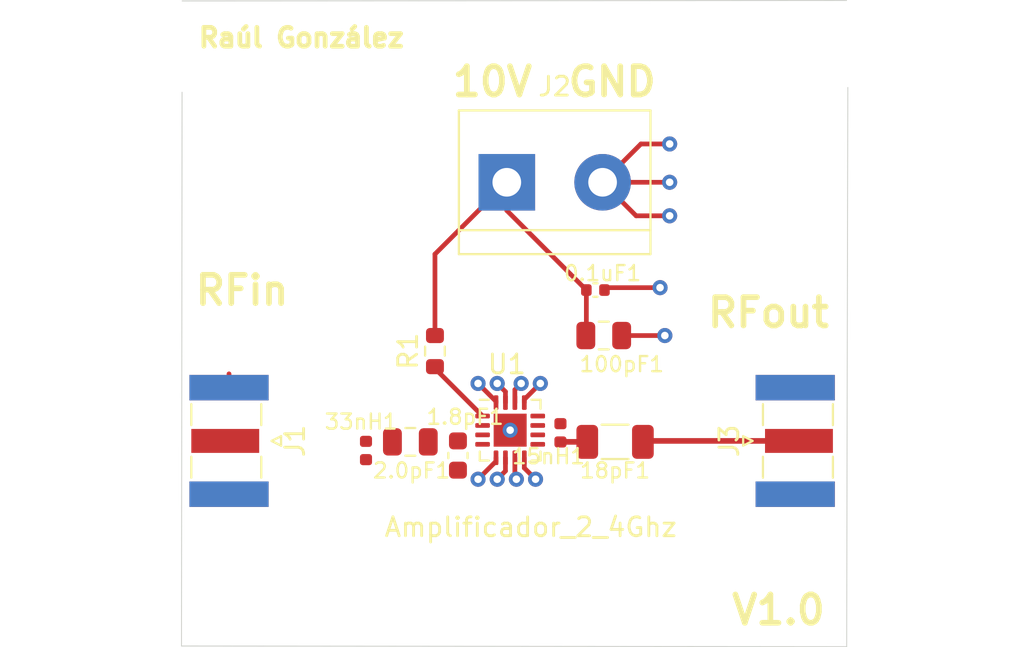
<source format=kicad_pcb>
(kicad_pcb (version 20171130) (host pcbnew "(5.1.9)-1")

  (general
    (thickness 1.6)
    (drawings 10)
    (tracks 60)
    (zones 0)
    (modules 13)
    (nets 18)
  )

  (page A4)
  (layers
    (0 F.Cu signal)
    (1 In1.Cu power hide)
    (2 In2.Cu signal hide)
    (31 B.Cu signal hide)
    (32 B.Adhes user hide)
    (33 F.Adhes user hide)
    (34 B.Paste user hide)
    (35 F.Paste user)
    (36 B.SilkS user hide)
    (37 F.SilkS user hide)
    (38 B.Mask user hide)
    (39 F.Mask user hide)
    (40 Dwgs.User user hide)
    (41 Cmts.User user hide)
    (42 Eco1.User user hide)
    (43 Eco2.User user hide)
    (44 Edge.Cuts user)
    (45 Margin user hide)
    (46 B.CrtYd user hide)
    (47 F.CrtYd user hide)
    (48 B.Fab user hide)
    (49 F.Fab user hide)
  )

  (setup
    (last_trace_width 0.3)
    (user_trace_width 0.3)
    (trace_clearance 0.2)
    (zone_clearance 0.508)
    (zone_45_only no)
    (trace_min 0.2)
    (via_size 0.8)
    (via_drill 0.4)
    (via_min_size 0.4)
    (via_min_drill 0.3)
    (uvia_size 0.3)
    (uvia_drill 0.1)
    (uvias_allowed no)
    (uvia_min_size 0.2)
    (uvia_min_drill 0.1)
    (edge_width 0.05)
    (segment_width 0.2)
    (pcb_text_width 0.3)
    (pcb_text_size 1.5 1.5)
    (mod_edge_width 0.12)
    (mod_text_size 1 1)
    (mod_text_width 0.15)
    (pad_size 3.2 3.2)
    (pad_drill 3.2)
    (pad_to_mask_clearance 0)
    (aux_axis_origin 0 0)
    (visible_elements 7FFFFFFF)
    (pcbplotparams
      (layerselection 0x010fc_ffffffff)
      (usegerberextensions true)
      (usegerberattributes true)
      (usegerberadvancedattributes true)
      (creategerberjobfile true)
      (excludeedgelayer true)
      (linewidth 0.100000)
      (plotframeref false)
      (viasonmask false)
      (mode 1)
      (useauxorigin false)
      (hpglpennumber 1)
      (hpglpenspeed 20)
      (hpglpendiameter 15.000000)
      (psnegative false)
      (psa4output false)
      (plotreference true)
      (plotvalue true)
      (plotinvisibletext false)
      (padsonsilk false)
      (subtractmaskfromsilk true)
      (outputformat 1)
      (mirror false)
      (drillshape 0)
      (scaleselection 1)
      (outputdirectory "../gerberFiles/"))
  )

  (net 0 "")
  (net 1 VDD)
  (net 2 GND)
  (net 3 "Net-(R1-Pad1)")
  (net 4 "Net-(1.8pF1-Pad1)")
  (net 5 "Net-(18pF1-Pad1)")
  (net 6 señal)
  (net 7 "Net-(U1-Pad16)")
  (net 8 "Net-(U1-Pad15)")
  (net 9 "Net-(U1-Pad14)")
  (net 10 "Net-(U1-Pad13)")
  (net 11 "Net-(U1-Pad12)")
  (net 12 "Net-(U1-Pad11)")
  (net 13 "Net-(U1-Pad8)")
  (net 14 "Net-(U1-Pad7)")
  (net 15 "Net-(U1-Pad6)")
  (net 16 "Net-(U1-Pad5)")
  (net 17 "Net-(U1-Pad2)")

  (net_class Default "This is the default net class."
    (clearance 0.2)
    (trace_width 0.25)
    (via_dia 0.8)
    (via_drill 0.4)
    (uvia_dia 0.3)
    (uvia_drill 0.1)
    (add_net GND)
    (add_net "Net-(1.8pF1-Pad1)")
    (add_net "Net-(18pF1-Pad1)")
    (add_net "Net-(R1-Pad1)")
    (add_net "Net-(U1-Pad11)")
    (add_net "Net-(U1-Pad12)")
    (add_net "Net-(U1-Pad13)")
    (add_net "Net-(U1-Pad14)")
    (add_net "Net-(U1-Pad15)")
    (add_net "Net-(U1-Pad16)")
    (add_net "Net-(U1-Pad2)")
    (add_net "Net-(U1-Pad5)")
    (add_net "Net-(U1-Pad6)")
    (add_net "Net-(U1-Pad7)")
    (add_net "Net-(U1-Pad8)")
    (add_net VDD)
    (add_net señal)
  )

  (net_class señal ""
    (clearance 0.2)
    (trace_width 0.29337)
    (via_dia 0.8)
    (via_drill 0.4)
    (uvia_dia 0.3)
    (uvia_drill 0.1)
  )

  (module Connector_Coaxial:SMA_Samtec_SMA-J-P-X-ST-EM1_EdgeMount (layer F.Cu) (tedit 5DAA3454) (tstamp 60B68216)
    (at 144.78 101.6 270)
    (descr "Connector SMA, 0Hz to 20GHz, 50Ohm, Edge Mount (http://suddendocs.samtec.com/prints/sma-j-p-x-st-em1-mkt.pdf)")
    (tags "SMA Straight Samtec Edge Mount")
    (path /606C5EED)
    (attr smd)
    (fp_text reference J1 (at 0 -3.5 90) (layer F.SilkS)
      (effects (font (size 1 1) (thickness 0.15)))
    )
    (fp_text value Conn_Coaxial (at 0 13 90) (layer F.Fab)
      (effects (font (size 1 1) (thickness 0.15)))
    )
    (fp_line (start -0.25 -2.76) (end 0 -2.26) (layer F.SilkS) (width 0.12))
    (fp_line (start 0.25 -2.76) (end -0.25 -2.76) (layer F.SilkS) (width 0.12))
    (fp_line (start 0 -2.26) (end 0.25 -2.76) (layer F.SilkS) (width 0.12))
    (fp_line (start 0 3.1) (end -0.64 2.1) (layer F.Fab) (width 0.1))
    (fp_line (start 0.64 2.1) (end 0 3.1) (layer F.Fab) (width 0.1))
    (fp_line (start 4 2.6) (end 4 -2.6) (layer F.CrtYd) (width 0.05))
    (fp_line (start 3.68 12.12) (end -3.68 12.12) (layer F.CrtYd) (width 0.05))
    (fp_line (start -4 2.6) (end -4 -2.6) (layer F.CrtYd) (width 0.05))
    (fp_line (start -4 -2.6) (end 4 -2.6) (layer F.CrtYd) (width 0.05))
    (fp_line (start 4 2.6) (end 4 -2.6) (layer B.CrtYd) (width 0.05))
    (fp_line (start 3.68 12.12) (end -3.68 12.12) (layer B.CrtYd) (width 0.05))
    (fp_line (start -4 2.6) (end -4 -2.6) (layer B.CrtYd) (width 0.05))
    (fp_line (start -4 -2.6) (end 4 -2.6) (layer B.CrtYd) (width 0.05))
    (fp_line (start 3.165 11.62) (end -3.165 11.62) (layer F.Fab) (width 0.1))
    (fp_line (start 3.175 -1.71) (end 3.175 11.62) (layer F.Fab) (width 0.1))
    (fp_line (start 3.175 -1.71) (end 2.365 -1.71) (layer F.Fab) (width 0.1))
    (fp_line (start 2.365 -1.71) (end 2.365 2.1) (layer F.Fab) (width 0.1))
    (fp_line (start 2.365 2.1) (end -2.365 2.1) (layer F.Fab) (width 0.1))
    (fp_line (start -2.365 2.1) (end -2.365 -1.71) (layer F.Fab) (width 0.1))
    (fp_line (start -2.365 -1.71) (end -3.175 -1.71) (layer F.Fab) (width 0.1))
    (fp_line (start -3.175 -1.71) (end -3.175 11.62) (layer F.Fab) (width 0.1))
    (fp_line (start 4.1 2.1) (end -4.1 2.1) (layer Dwgs.User) (width 0.1))
    (fp_line (start -3.68 2.6) (end -4 2.6) (layer F.CrtYd) (width 0.05))
    (fp_line (start -3.68 12.12) (end -3.68 2.6) (layer F.CrtYd) (width 0.05))
    (fp_line (start 3.68 2.6) (end 4 2.6) (layer F.CrtYd) (width 0.05))
    (fp_line (start 3.68 2.6) (end 3.68 12.12) (layer F.CrtYd) (width 0.05))
    (fp_line (start -3.68 2.6) (end -4 2.6) (layer B.CrtYd) (width 0.05))
    (fp_line (start -3.68 12.12) (end -3.68 2.6) (layer B.CrtYd) (width 0.05))
    (fp_line (start 4 2.6) (end 3.68 2.6) (layer B.CrtYd) (width 0.05))
    (fp_line (start 3.68 2.6) (end 3.68 12.12) (layer B.CrtYd) (width 0.05))
    (fp_line (start -1.95 2) (end -0.84 2) (layer F.SilkS) (width 0.12))
    (fp_line (start 0.84 2) (end 1.95 2) (layer F.SilkS) (width 0.12))
    (fp_line (start -1.95 -1.71) (end -0.84 -1.71) (layer F.SilkS) (width 0.12))
    (fp_line (start 0.84 -1.71) (end 1.95 -1.71) (layer F.SilkS) (width 0.12))
    (fp_text user "Board Thickness: 1.57mm" (at 0 -5.45 90) (layer Cmts.User)
      (effects (font (size 1 1) (thickness 0.15)))
    )
    (fp_text user %R (at 0 4.79 270) (layer F.Fab)
      (effects (font (size 1 1) (thickness 0.15)))
    )
    (pad 1 smd rect (at 0 0.2 270) (size 1.27 3.6) (layers F.Cu F.Paste F.Mask)
      (net 6 señal))
    (pad 2 smd rect (at 2.825 0 270) (size 1.35 4.2) (layers F.Cu F.Paste F.Mask)
      (net 2 GND))
    (pad 2 smd rect (at -2.825 0 270) (size 1.35 4.2) (layers F.Cu F.Paste F.Mask)
      (net 2 GND))
    (pad 2 smd rect (at 2.825 0 270) (size 1.35 4.2) (layers B.Cu B.Paste B.Mask)
      (net 2 GND))
    (pad 2 smd rect (at -2.825 0 270) (size 1.35 4.2) (layers B.Cu B.Paste B.Mask)
      (net 2 GND))
    (model ${KISYS3DMOD}/Connector_Coaxial.3dshapes/SMA_Samtec_SMA-J-P-X-ST-EM1_EdgeMount.wrl
      (at (xyz 0 0 0))
      (scale (xyz 1 1 1))
      (rotate (xyz 0 0 0))
    )
  )

  (module Connector_Coaxial:SMA_Samtec_SMA-J-P-X-ST-EM1_EdgeMount (layer F.Cu) (tedit 5DAA3454) (tstamp 60B6824E)
    (at 174.806 101.6 90)
    (descr "Connector SMA, 0Hz to 20GHz, 50Ohm, Edge Mount (http://suddendocs.samtec.com/prints/sma-j-p-x-st-em1-mkt.pdf)")
    (tags "SMA Straight Samtec Edge Mount")
    (path /606C714D)
    (attr smd)
    (fp_text reference J3 (at 0 -3.5 90) (layer F.SilkS)
      (effects (font (size 1 1) (thickness 0.15)))
    )
    (fp_text value Conn_Coaxial (at 0 13 90) (layer F.Fab)
      (effects (font (size 1 1) (thickness 0.15)))
    )
    (fp_line (start -0.25 -2.76) (end 0 -2.26) (layer F.SilkS) (width 0.12))
    (fp_line (start 0.25 -2.76) (end -0.25 -2.76) (layer F.SilkS) (width 0.12))
    (fp_line (start 0 -2.26) (end 0.25 -2.76) (layer F.SilkS) (width 0.12))
    (fp_line (start 0 3.1) (end -0.64 2.1) (layer F.Fab) (width 0.1))
    (fp_line (start 0.64 2.1) (end 0 3.1) (layer F.Fab) (width 0.1))
    (fp_line (start 4 2.6) (end 4 -2.6) (layer F.CrtYd) (width 0.05))
    (fp_line (start 3.68 12.12) (end -3.68 12.12) (layer F.CrtYd) (width 0.05))
    (fp_line (start -4 2.6) (end -4 -2.6) (layer F.CrtYd) (width 0.05))
    (fp_line (start -4 -2.6) (end 4 -2.6) (layer F.CrtYd) (width 0.05))
    (fp_line (start 4 2.6) (end 4 -2.6) (layer B.CrtYd) (width 0.05))
    (fp_line (start 3.68 12.12) (end -3.68 12.12) (layer B.CrtYd) (width 0.05))
    (fp_line (start -4 2.6) (end -4 -2.6) (layer B.CrtYd) (width 0.05))
    (fp_line (start -4 -2.6) (end 4 -2.6) (layer B.CrtYd) (width 0.05))
    (fp_line (start 3.165 11.62) (end -3.165 11.62) (layer F.Fab) (width 0.1))
    (fp_line (start 3.175 -1.71) (end 3.175 11.62) (layer F.Fab) (width 0.1))
    (fp_line (start 3.175 -1.71) (end 2.365 -1.71) (layer F.Fab) (width 0.1))
    (fp_line (start 2.365 -1.71) (end 2.365 2.1) (layer F.Fab) (width 0.1))
    (fp_line (start 2.365 2.1) (end -2.365 2.1) (layer F.Fab) (width 0.1))
    (fp_line (start -2.365 2.1) (end -2.365 -1.71) (layer F.Fab) (width 0.1))
    (fp_line (start -2.365 -1.71) (end -3.175 -1.71) (layer F.Fab) (width 0.1))
    (fp_line (start -3.175 -1.71) (end -3.175 11.62) (layer F.Fab) (width 0.1))
    (fp_line (start 4.1 2.1) (end -4.1 2.1) (layer Dwgs.User) (width 0.1))
    (fp_line (start -3.68 2.6) (end -4 2.6) (layer F.CrtYd) (width 0.05))
    (fp_line (start -3.68 12.12) (end -3.68 2.6) (layer F.CrtYd) (width 0.05))
    (fp_line (start 3.68 2.6) (end 4 2.6) (layer F.CrtYd) (width 0.05))
    (fp_line (start 3.68 2.6) (end 3.68 12.12) (layer F.CrtYd) (width 0.05))
    (fp_line (start -3.68 2.6) (end -4 2.6) (layer B.CrtYd) (width 0.05))
    (fp_line (start -3.68 12.12) (end -3.68 2.6) (layer B.CrtYd) (width 0.05))
    (fp_line (start 4 2.6) (end 3.68 2.6) (layer B.CrtYd) (width 0.05))
    (fp_line (start 3.68 2.6) (end 3.68 12.12) (layer B.CrtYd) (width 0.05))
    (fp_line (start -1.95 2) (end -0.84 2) (layer F.SilkS) (width 0.12))
    (fp_line (start 0.84 2) (end 1.95 2) (layer F.SilkS) (width 0.12))
    (fp_line (start -1.95 -1.71) (end -0.84 -1.71) (layer F.SilkS) (width 0.12))
    (fp_line (start 0.84 -1.71) (end 1.95 -1.71) (layer F.SilkS) (width 0.12))
    (fp_text user "Board Thickness: 1.57mm" (at 0 -5.45 90) (layer Cmts.User)
      (effects (font (size 1 1) (thickness 0.15)))
    )
    (fp_text user %R (at 0 4.79 270) (layer F.Fab)
      (effects (font (size 1 1) (thickness 0.15)))
    )
    (pad 1 smd rect (at 0 0.2 90) (size 1.27 3.6) (layers F.Cu F.Paste F.Mask)
      (net 5 "Net-(18pF1-Pad1)"))
    (pad 2 smd rect (at 2.825 0 90) (size 1.35 4.2) (layers F.Cu F.Paste F.Mask)
      (net 2 GND))
    (pad 2 smd rect (at -2.825 0 90) (size 1.35 4.2) (layers F.Cu F.Paste F.Mask)
      (net 2 GND))
    (pad 2 smd rect (at 2.825 0 90) (size 1.35 4.2) (layers B.Cu B.Paste B.Mask)
      (net 2 GND))
    (pad 2 smd rect (at -2.825 0 90) (size 1.35 4.2) (layers B.Cu B.Paste B.Mask)
      (net 2 GND))
    (model ${KISYS3DMOD}/Connector_Coaxial.3dshapes/SMA_Samtec_SMA-J-P-X-ST-EM1_EdgeMount.wrl
      (at (xyz 0 0 0))
      (scale (xyz 1 1 1))
      (rotate (xyz 0 0 0))
    )
  )

  (module MountingHole:MountingHole_3.2mm_M3 (layer F.Cu) (tedit 56D1B4CB) (tstamp 60B97DED)
    (at 144.526 85.598)
    (descr "Mounting Hole 3.2mm, no annular, M3")
    (tags "mounting hole 3.2mm no annular m3")
    (attr virtual)
    (fp_text reference " " (at 0 -4.2) (layer F.SilkS)
      (effects (font (size 1 1) (thickness 0.15)))
    )
    (fp_text value MountingHole_3.2mm_M3 (at 0 4.2) (layer F.Fab)
      (effects (font (size 1 1) (thickness 0.15)))
    )
    (fp_circle (center 0 0) (end 3.2 0) (layer Cmts.User) (width 0.15))
    (fp_circle (center 0 0) (end 3.45 0) (layer F.CrtYd) (width 0.05))
    (pad 1 np_thru_hole circle (at 0 0) (size 3.2 3.2) (drill 3.2) (layers *.Cu *.Mask))
  )

  (module Package_DFN_QFN:QFN-16-1EP_3x3mm_P0.5mm_EP1.75x1.75mm (layer F.Cu) (tedit 60B8CC12) (tstamp 60B68289)
    (at 159.69 101.0305)
    (descr "QFN, 16 Pin (https://www.onsemi.com/pub/Collateral/NCN4555-D.PDF), generated with kicad-footprint-generator ipc_noLead_generator.py")
    (tags "QFN NoLead")
    (path /606CB00D)
    (attr smd)
    (fp_text reference U1 (at -0.178 -3.4945) (layer F.SilkS)
      (effects (font (size 1 1) (thickness 0.15)))
    )
    (fp_text value Amplificador_2_4Ghz (at 1.092 5.1415) (layer F.SilkS)
      (effects (font (size 1 1) (thickness 0.15)))
    )
    (fp_line (start 1.135 -1.61) (end 1.61 -1.61) (layer F.SilkS) (width 0.12))
    (fp_line (start 1.61 -1.61) (end 1.61 -1.135) (layer F.SilkS) (width 0.12))
    (fp_line (start -1.135 1.61) (end -1.61 1.61) (layer F.SilkS) (width 0.12))
    (fp_line (start -1.61 1.61) (end -1.61 1.135) (layer F.SilkS) (width 0.12))
    (fp_line (start 1.135 1.61) (end 1.61 1.61) (layer F.SilkS) (width 0.12))
    (fp_line (start 1.61 1.61) (end 1.61 1.135) (layer F.SilkS) (width 0.12))
    (fp_line (start -1.135 -1.61) (end -1.61 -1.61) (layer F.SilkS) (width 0.12))
    (fp_line (start -0.75 -1.5) (end 1.5 -1.5) (layer F.Fab) (width 0.1))
    (fp_line (start 1.5 -1.5) (end 1.5 1.5) (layer F.Fab) (width 0.1))
    (fp_line (start 1.5 1.5) (end -1.5 1.5) (layer F.Fab) (width 0.1))
    (fp_line (start -1.5 1.5) (end -1.5 -0.75) (layer F.Fab) (width 0.1))
    (fp_line (start -1.5 -0.75) (end -0.75 -1.5) (layer F.Fab) (width 0.1))
    (fp_line (start -2.1 -2.1) (end -2.1 2.1) (layer F.CrtYd) (width 0.05))
    (fp_line (start -2.1 2.1) (end 2.1 2.1) (layer F.CrtYd) (width 0.05))
    (fp_line (start 2.1 2.1) (end 2.1 -2.1) (layer F.CrtYd) (width 0.05))
    (fp_line (start 2.1 -2.1) (end -2.1 -2.1) (layer F.CrtYd) (width 0.05))
    (fp_text user %R (at 0 0) (layer F.Fab)
      (effects (font (size 0.75 0.75) (thickness 0.11)))
    )
    (pad "" smd roundrect (at 0.44 0.44) (size 0.71 0.71) (layers F.Paste) (roundrect_rratio 0.25))
    (pad "" smd roundrect (at 0.44 -0.44) (size 0.71 0.71) (layers F.Paste) (roundrect_rratio 0.25))
    (pad "" smd roundrect (at -0.44 0.44) (size 0.71 0.71) (layers F.Paste) (roundrect_rratio 0.25))
    (pad "" smd roundrect (at -0.44 -0.44) (size 0.71 0.71) (layers F.Paste) (roundrect_rratio 0.25))
    (pad 17 smd rect (at 0 0) (size 1.75 1.75) (layers F.Cu F.Mask))
    (pad 16 smd roundrect (at -0.75 -1.4625) (size 0.25 0.775) (layers F.Cu F.Paste F.Mask) (roundrect_rratio 0.25)
      (net 7 "Net-(U1-Pad16)"))
    (pad 15 smd roundrect (at -0.25 -1.4625) (size 0.25 0.775) (layers F.Cu F.Paste F.Mask) (roundrect_rratio 0.25)
      (net 8 "Net-(U1-Pad15)"))
    (pad 14 smd roundrect (at 0.25 -1.4625) (size 0.25 0.775) (layers F.Cu F.Paste F.Mask) (roundrect_rratio 0.25)
      (net 9 "Net-(U1-Pad14)"))
    (pad 13 smd roundrect (at 0.75 -1.4625) (size 0.25 0.775) (layers F.Cu F.Paste F.Mask) (roundrect_rratio 0.25)
      (net 10 "Net-(U1-Pad13)"))
    (pad 12 smd roundrect (at 1.4625 -0.75) (size 0.775 0.25) (layers F.Cu F.Paste F.Mask) (roundrect_rratio 0.25)
      (net 11 "Net-(U1-Pad12)"))
    (pad 11 smd roundrect (at 1.4625 -0.25) (size 0.775 0.25) (layers F.Cu F.Paste F.Mask) (roundrect_rratio 0.25)
      (net 12 "Net-(U1-Pad11)"))
    (pad 10 smd roundrect (at 1.4625 0.25) (size 0.775 0.25) (layers F.Cu F.Paste F.Mask) (roundrect_rratio 0.25)
      (net 6 señal))
    (pad 9 smd roundrect (at 1.4625 0.75) (size 0.775 0.25) (layers F.Cu F.Paste F.Mask) (roundrect_rratio 0.25)
      (net 6 señal))
    (pad 8 smd roundrect (at 0.75 1.4625) (size 0.25 0.775) (layers F.Cu F.Paste F.Mask) (roundrect_rratio 0.25)
      (net 13 "Net-(U1-Pad8)"))
    (pad 7 smd roundrect (at 0.25 1.4625) (size 0.25 0.775) (layers F.Cu F.Paste F.Mask) (roundrect_rratio 0.25)
      (net 14 "Net-(U1-Pad7)"))
    (pad 6 smd roundrect (at -0.25 1.4625) (size 0.25 0.775) (layers F.Cu F.Paste F.Mask) (roundrect_rratio 0.25)
      (net 15 "Net-(U1-Pad6)"))
    (pad 5 smd roundrect (at -0.75 1.4625) (size 0.25 0.775) (layers F.Cu F.Paste F.Mask) (roundrect_rratio 0.25)
      (net 16 "Net-(U1-Pad5)"))
    (pad 4 smd roundrect (at -1.4625 0.75) (size 0.775 0.25) (layers F.Cu F.Paste F.Mask) (roundrect_rratio 0.25)
      (net 4 "Net-(1.8pF1-Pad1)"))
    (pad 3 smd roundrect (at -1.4625 0.25) (size 0.775 0.25) (layers F.Cu F.Paste F.Mask) (roundrect_rratio 0.25)
      (net 4 "Net-(1.8pF1-Pad1)"))
    (pad 2 smd roundrect (at -1.4625 -0.25) (size 0.775 0.25) (layers F.Cu F.Paste F.Mask) (roundrect_rratio 0.25)
      (net 17 "Net-(U1-Pad2)"))
    (pad 1 smd roundrect (at -1.4625 -0.75) (size 0.775 0.25) (layers F.Cu F.Paste F.Mask) (roundrect_rratio 0.25)
      (net 3 "Net-(R1-Pad1)"))
    (model ${KISYS3DMOD}/Package_DFN_QFN.3dshapes/QFN-16-1EP_3x3mm_P0.5mm_EP1.75x1.75mm.wrl
      (at (xyz 0 0 0))
      (scale (xyz 1 1 1))
      (rotate (xyz 0 0 0))
    )
  )

  (module Resistor_SMD:R_0603_1608Metric (layer F.Cu) (tedit 5F68FEEE) (tstamp 60B6825F)
    (at 155.702 96.837 90)
    (descr "Resistor SMD 0603 (1608 Metric), square (rectangular) end terminal, IPC_7351 nominal, (Body size source: IPC-SM-782 page 72, https://www.pcb-3d.com/wordpress/wp-content/uploads/ipc-sm-782a_amendment_1_and_2.pdf), generated with kicad-footprint-generator")
    (tags resistor)
    (path /60A758F7)
    (attr smd)
    (fp_text reference R1 (at 0 -1.43 90) (layer F.SilkS)
      (effects (font (size 1 1) (thickness 0.15)))
    )
    (fp_text value 7.5K (at 0 1.43 90) (layer F.Fab)
      (effects (font (size 1 1) (thickness 0.15)))
    )
    (fp_line (start -0.8 0.4125) (end -0.8 -0.4125) (layer F.Fab) (width 0.1))
    (fp_line (start -0.8 -0.4125) (end 0.8 -0.4125) (layer F.Fab) (width 0.1))
    (fp_line (start 0.8 -0.4125) (end 0.8 0.4125) (layer F.Fab) (width 0.1))
    (fp_line (start 0.8 0.4125) (end -0.8 0.4125) (layer F.Fab) (width 0.1))
    (fp_line (start -0.237258 -0.5225) (end 0.237258 -0.5225) (layer F.SilkS) (width 0.12))
    (fp_line (start -0.237258 0.5225) (end 0.237258 0.5225) (layer F.SilkS) (width 0.12))
    (fp_line (start -1.48 0.73) (end -1.48 -0.73) (layer F.CrtYd) (width 0.05))
    (fp_line (start -1.48 -0.73) (end 1.48 -0.73) (layer F.CrtYd) (width 0.05))
    (fp_line (start 1.48 -0.73) (end 1.48 0.73) (layer F.CrtYd) (width 0.05))
    (fp_line (start 1.48 0.73) (end -1.48 0.73) (layer F.CrtYd) (width 0.05))
    (fp_text user %R (at 0 0 90) (layer F.Fab)
      (effects (font (size 0.4 0.4) (thickness 0.06)))
    )
    (pad 2 smd roundrect (at 0.825 0 90) (size 0.8 0.95) (layers F.Cu F.Paste F.Mask) (roundrect_rratio 0.25)
      (net 1 VDD))
    (pad 1 smd roundrect (at -0.825 0 90) (size 0.8 0.95) (layers F.Cu F.Paste F.Mask) (roundrect_rratio 0.25)
      (net 3 "Net-(R1-Pad1)"))
    (model ${KISYS3DMOD}/Resistor_SMD.3dshapes/R_0603_1608Metric.wrl
      (at (xyz 0 0 0))
      (scale (xyz 1 1 1))
      (rotate (xyz 0 0 0))
    )
  )

  (module TerminalBlock:TerminalBlock_bornier-2_P5.08mm (layer F.Cu) (tedit 60B8A3E7) (tstamp 60B6822B)
    (at 159.512 87.884)
    (descr "simple 2-pin terminal block, pitch 5.08mm, revamped version of bornier2")
    (tags "terminal block bornier2")
    (path /60A4F3F0)
    (fp_text reference J2 (at 2.54 -5.08) (layer F.SilkS)
      (effects (font (size 1 1) (thickness 0.15)))
    )
    (fp_text value Conn_01x02_Female (at 2.54 5.08) (layer F.Fab)
      (effects (font (size 1 1) (thickness 0.15)))
    )
    (fp_line (start -2.41 2.55) (end 7.49 2.55) (layer F.Fab) (width 0.1))
    (fp_line (start -2.46 -3.75) (end -2.46 3.75) (layer F.Fab) (width 0.1))
    (fp_line (start -2.46 3.75) (end 7.54 3.75) (layer F.Fab) (width 0.1))
    (fp_line (start 7.54 3.75) (end 7.54 -3.75) (layer F.Fab) (width 0.1))
    (fp_line (start 7.54 -3.75) (end -2.46 -3.75) (layer F.Fab) (width 0.1))
    (fp_line (start 7.62 2.54) (end -2.54 2.54) (layer F.SilkS) (width 0.12))
    (fp_line (start 7.62 3.81) (end 7.62 -3.81) (layer F.SilkS) (width 0.12))
    (fp_line (start 7.62 -3.81) (end -2.54 -3.81) (layer F.SilkS) (width 0.12))
    (fp_line (start -2.54 -3.81) (end -2.54 3.81) (layer F.SilkS) (width 0.12))
    (fp_line (start -2.54 3.81) (end 7.62 3.81) (layer F.SilkS) (width 0.12))
    (fp_line (start -2.71 -4) (end 7.79 -4) (layer F.CrtYd) (width 0.05))
    (fp_line (start -2.71 -4) (end -2.71 4) (layer F.CrtYd) (width 0.05))
    (fp_line (start 7.79 4) (end 7.79 -4) (layer F.CrtYd) (width 0.05))
    (fp_line (start 7.79 4) (end -2.71 4) (layer F.CrtYd) (width 0.05))
    (fp_text user %R (at 2.54 0) (layer F.Fab)
      (effects (font (size 1 1) (thickness 0.15)))
    )
    (pad 2 thru_hole circle (at 5.08 0) (size 3 3) (drill 1.52) (layers *.Cu *.Mask)
      (net 2 GND))
    (pad 1 thru_hole rect (at 0 0) (size 3 3) (drill 1.52) (layers *.Cu *.Mask)
      (net 1 VDD))
    (model ${KISYS3DMOD}/TerminalBlock.3dshapes/TerminalBlock_bornier-2_P5.08mm.wrl
      (offset (xyz 2.539999961853027 0 0))
      (scale (xyz 1 1 1))
      (rotate (xyz 0 0 0))
    )
  )

  (module Inductor_SMD:L_0402_1005Metric (layer F.Cu) (tedit 5F68FEF0) (tstamp 60B681F3)
    (at 152.0444 102.108 270)
    (descr "Inductor SMD 0402 (1005 Metric), square (rectangular) end terminal, IPC_7351 nominal, (Body size source: http://www.tortai-tech.com/upload/download/2011102023233369053.pdf), generated with kicad-footprint-generator")
    (tags inductor)
    (path /60B61711)
    (attr smd)
    (fp_text reference 33nH1 (at -1.524 0.254 180) (layer F.SilkS)
      (effects (font (size 0.8 0.8) (thickness 0.125)))
    )
    (fp_text value INDUCTOR (at 0 1.17 90) (layer F.Fab)
      (effects (font (size 1 1) (thickness 0.15)))
    )
    (fp_line (start -0.5 0.25) (end -0.5 -0.25) (layer F.Fab) (width 0.1))
    (fp_line (start -0.5 -0.25) (end 0.5 -0.25) (layer F.Fab) (width 0.1))
    (fp_line (start 0.5 -0.25) (end 0.5 0.25) (layer F.Fab) (width 0.1))
    (fp_line (start 0.5 0.25) (end -0.5 0.25) (layer F.Fab) (width 0.1))
    (fp_line (start -0.93 0.47) (end -0.93 -0.47) (layer F.CrtYd) (width 0.05))
    (fp_line (start -0.93 -0.47) (end 0.93 -0.47) (layer F.CrtYd) (width 0.05))
    (fp_line (start 0.93 -0.47) (end 0.93 0.47) (layer F.CrtYd) (width 0.05))
    (fp_line (start 0.93 0.47) (end -0.93 0.47) (layer F.CrtYd) (width 0.05))
    (fp_text user %R (at 0 0 90) (layer F.Fab)
      (effects (font (size 0.25 0.25) (thickness 0.04)))
    )
    (pad 2 smd roundrect (at 0.485 0 270) (size 0.59 0.64) (layers F.Cu F.Paste F.Mask) (roundrect_rratio 0.25)
      (net 2 GND))
    (pad 1 smd roundrect (at -0.485 0 270) (size 0.59 0.64) (layers F.Cu F.Paste F.Mask) (roundrect_rratio 0.25)
      (net 6 señal))
    (model ${KISYS3DMOD}/Inductor_SMD.3dshapes/L_0402_1005Metric.wrl
      (at (xyz 0 0 0))
      (scale (xyz 1 1 1))
      (rotate (xyz 0 0 0))
    )
  )

  (module Capacitor_SMD:C_0805_2012Metric (layer F.Cu) (tedit 5F68FEEE) (tstamp 60B681E4)
    (at 154.3964 101.6508 180)
    (descr "Capacitor SMD 0805 (2012 Metric), square (rectangular) end terminal, IPC_7351 nominal, (Body size source: IPC-SM-782 page 76, https://www.pcb-3d.com/wordpress/wp-content/uploads/ipc-sm-782a_amendment_1_and_2.pdf, https://docs.google.com/spreadsheets/d/1BsfQQcO9C6DZCsRaXUlFlo91Tg2WpOkGARC1WS5S8t0/edit?usp=sharing), generated with kicad-footprint-generator")
    (tags capacitor)
    (path /60B60400)
    (attr smd)
    (fp_text reference 2.0pF1 (at -0.066 -1.524) (layer F.SilkS)
      (effects (font (size 0.8 0.8) (thickness 0.125)))
    )
    (fp_text value C (at 0 1.68) (layer F.Fab)
      (effects (font (size 1 1) (thickness 0.15)))
    )
    (fp_line (start -1 0.625) (end -1 -0.625) (layer F.Fab) (width 0.1))
    (fp_line (start -1 -0.625) (end 1 -0.625) (layer F.Fab) (width 0.1))
    (fp_line (start 1 -0.625) (end 1 0.625) (layer F.Fab) (width 0.1))
    (fp_line (start 1 0.625) (end -1 0.625) (layer F.Fab) (width 0.1))
    (fp_line (start -0.261252 -0.735) (end 0.261252 -0.735) (layer F.SilkS) (width 0.12))
    (fp_line (start -0.261252 0.735) (end 0.261252 0.735) (layer F.SilkS) (width 0.12))
    (fp_line (start -1.7 0.98) (end -1.7 -0.98) (layer F.CrtYd) (width 0.05))
    (fp_line (start -1.7 -0.98) (end 1.7 -0.98) (layer F.CrtYd) (width 0.05))
    (fp_line (start 1.7 -0.98) (end 1.7 0.98) (layer F.CrtYd) (width 0.05))
    (fp_line (start 1.7 0.98) (end -1.7 0.98) (layer F.CrtYd) (width 0.05))
    (fp_text user %R (at 0 0) (layer F.Fab)
      (effects (font (size 0.5 0.5) (thickness 0.08)))
    )
    (pad 2 smd roundrect (at 0.95 0 180) (size 1 1.45) (layers F.Cu F.Paste F.Mask) (roundrect_rratio 0.25)
      (net 6 señal))
    (pad 1 smd roundrect (at -0.95 0 180) (size 1 1.45) (layers F.Cu F.Paste F.Mask) (roundrect_rratio 0.25)
      (net 4 "Net-(1.8pF1-Pad1)"))
    (model ${KISYS3DMOD}/Capacitor_SMD.3dshapes/C_0805_2012Metric.wrl
      (at (xyz 0 0 0))
      (scale (xyz 1 1 1))
      (rotate (xyz 0 0 0))
    )
  )

  (module Capacitor_SMD:C_1206_3216Metric (layer F.Cu) (tedit 5F68FEEE) (tstamp 60B681D3)
    (at 165.2542 101.6508 180)
    (descr "Capacitor SMD 1206 (3216 Metric), square (rectangular) end terminal, IPC_7351 nominal, (Body size source: IPC-SM-782 page 76, https://www.pcb-3d.com/wordpress/wp-content/uploads/ipc-sm-782a_amendment_1_and_2.pdf), generated with kicad-footprint-generator")
    (tags capacitor)
    (path /60B38441)
    (attr smd)
    (fp_text reference 18pF1 (at 0 -1.524) (layer F.SilkS)
      (effects (font (size 0.8 0.8) (thickness 0.125)))
    )
    (fp_text value C (at 0 1.85) (layer F.Fab)
      (effects (font (size 1 1) (thickness 0.15)))
    )
    (fp_line (start -1.6 0.8) (end -1.6 -0.8) (layer F.Fab) (width 0.1))
    (fp_line (start -1.6 -0.8) (end 1.6 -0.8) (layer F.Fab) (width 0.1))
    (fp_line (start 1.6 -0.8) (end 1.6 0.8) (layer F.Fab) (width 0.1))
    (fp_line (start 1.6 0.8) (end -1.6 0.8) (layer F.Fab) (width 0.1))
    (fp_line (start -0.711252 -0.91) (end 0.711252 -0.91) (layer F.SilkS) (width 0.12))
    (fp_line (start -0.711252 0.91) (end 0.711252 0.91) (layer F.SilkS) (width 0.12))
    (fp_line (start -2.3 1.15) (end -2.3 -1.15) (layer F.CrtYd) (width 0.05))
    (fp_line (start -2.3 -1.15) (end 2.3 -1.15) (layer F.CrtYd) (width 0.05))
    (fp_line (start 2.3 -1.15) (end 2.3 1.15) (layer F.CrtYd) (width 0.05))
    (fp_line (start 2.3 1.15) (end -2.3 1.15) (layer F.CrtYd) (width 0.05))
    (fp_text user %R (at 0 0) (layer F.Fab)
      (effects (font (size 0.8 0.8) (thickness 0.12)))
    )
    (pad 2 smd roundrect (at 1.475 0 180) (size 1.15 1.8) (layers F.Cu F.Paste F.Mask) (roundrect_rratio 0.2173904347826087)
      (net 6 señal))
    (pad 1 smd roundrect (at -1.475 0 180) (size 1.15 1.8) (layers F.Cu F.Paste F.Mask) (roundrect_rratio 0.2173904347826087)
      (net 5 "Net-(18pF1-Pad1)"))
    (model ${KISYS3DMOD}/Capacitor_SMD.3dshapes/C_1206_3216Metric.wrl
      (at (xyz 0 0 0))
      (scale (xyz 1 1 1))
      (rotate (xyz 0 0 0))
    )
  )

  (module Inductor_SMD:L_0402_1005Metric (layer F.Cu) (tedit 5F68FEF0) (tstamp 60B681C2)
    (at 162.3568 101.1706 90)
    (descr "Inductor SMD 0402 (1005 Metric), square (rectangular) end terminal, IPC_7351 nominal, (Body size source: http://www.tortai-tech.com/upload/download/2011102023233369053.pdf), generated with kicad-footprint-generator")
    (tags inductor)
    (path /60B36AD0)
    (attr smd)
    (fp_text reference 15nH1 (at -1.247 -0.635 180) (layer F.SilkS)
      (effects (font (size 0.8 0.8) (thickness 0.125)))
    )
    (fp_text value INDUCTOR (at 0 1.17 90) (layer F.Fab)
      (effects (font (size 1 1) (thickness 0.15)))
    )
    (fp_line (start -0.5 0.25) (end -0.5 -0.25) (layer F.Fab) (width 0.1))
    (fp_line (start -0.5 -0.25) (end 0.5 -0.25) (layer F.Fab) (width 0.1))
    (fp_line (start 0.5 -0.25) (end 0.5 0.25) (layer F.Fab) (width 0.1))
    (fp_line (start 0.5 0.25) (end -0.5 0.25) (layer F.Fab) (width 0.1))
    (fp_line (start -0.93 0.47) (end -0.93 -0.47) (layer F.CrtYd) (width 0.05))
    (fp_line (start -0.93 -0.47) (end 0.93 -0.47) (layer F.CrtYd) (width 0.05))
    (fp_line (start 0.93 -0.47) (end 0.93 0.47) (layer F.CrtYd) (width 0.05))
    (fp_line (start 0.93 0.47) (end -0.93 0.47) (layer F.CrtYd) (width 0.05))
    (fp_text user %R (at 0 0 90) (layer F.Fab)
      (effects (font (size 0.25 0.25) (thickness 0.04)))
    )
    (pad 2 smd roundrect (at 0.485 0 90) (size 0.59 0.64) (layers F.Cu F.Paste F.Mask) (roundrect_rratio 0.25)
      (net 1 VDD))
    (pad 1 smd roundrect (at -0.485 0 90) (size 0.59 0.64) (layers F.Cu F.Paste F.Mask) (roundrect_rratio 0.25)
      (net 6 señal))
    (model ${KISYS3DMOD}/Inductor_SMD.3dshapes/L_0402_1005Metric.wrl
      (at (xyz 0 0 0))
      (scale (xyz 1 1 1))
      (rotate (xyz 0 0 0))
    )
  )

  (module Capacitor_SMD:C_0805_2012Metric (layer F.Cu) (tedit 5F68FEEE) (tstamp 60B681B3)
    (at 164.653 96.012 180)
    (descr "Capacitor SMD 0805 (2012 Metric), square (rectangular) end terminal, IPC_7351 nominal, (Body size source: IPC-SM-782 page 76, https://www.pcb-3d.com/wordpress/wp-content/uploads/ipc-sm-782a_amendment_1_and_2.pdf, https://docs.google.com/spreadsheets/d/1BsfQQcO9C6DZCsRaXUlFlo91Tg2WpOkGARC1WS5S8t0/edit?usp=sharing), generated with kicad-footprint-generator")
    (tags capacitor)
    (path /60B38D69)
    (attr smd)
    (fp_text reference 100pF1 (at -0.955 -1.524) (layer F.SilkS)
      (effects (font (size 0.8 0.8) (thickness 0.125)))
    )
    (fp_text value C (at 0 1.68) (layer F.Fab)
      (effects (font (size 1 1) (thickness 0.15)))
    )
    (fp_line (start -1 0.625) (end -1 -0.625) (layer F.Fab) (width 0.1))
    (fp_line (start -1 -0.625) (end 1 -0.625) (layer F.Fab) (width 0.1))
    (fp_line (start 1 -0.625) (end 1 0.625) (layer F.Fab) (width 0.1))
    (fp_line (start 1 0.625) (end -1 0.625) (layer F.Fab) (width 0.1))
    (fp_line (start -0.261252 -0.735) (end 0.261252 -0.735) (layer F.SilkS) (width 0.12))
    (fp_line (start -0.261252 0.735) (end 0.261252 0.735) (layer F.SilkS) (width 0.12))
    (fp_line (start -1.7 0.98) (end -1.7 -0.98) (layer F.CrtYd) (width 0.05))
    (fp_line (start -1.7 -0.98) (end 1.7 -0.98) (layer F.CrtYd) (width 0.05))
    (fp_line (start 1.7 -0.98) (end 1.7 0.98) (layer F.CrtYd) (width 0.05))
    (fp_line (start 1.7 0.98) (end -1.7 0.98) (layer F.CrtYd) (width 0.05))
    (fp_text user %R (at 0 0) (layer F.Fab)
      (effects (font (size 0.5 0.5) (thickness 0.08)))
    )
    (pad 2 smd roundrect (at 0.95 0 180) (size 1 1.45) (layers F.Cu F.Paste F.Mask) (roundrect_rratio 0.25)
      (net 1 VDD))
    (pad 1 smd roundrect (at -0.95 0 180) (size 1 1.45) (layers F.Cu F.Paste F.Mask) (roundrect_rratio 0.25)
      (net 2 GND))
    (model ${KISYS3DMOD}/Capacitor_SMD.3dshapes/C_0805_2012Metric.wrl
      (at (xyz 0 0 0))
      (scale (xyz 1 1 1))
      (rotate (xyz 0 0 0))
    )
  )

  (module Capacitor_SMD:C_0603_1608Metric (layer F.Cu) (tedit 5F68FEEE) (tstamp 60B681A2)
    (at 156.9212 102.375 270)
    (descr "Capacitor SMD 0603 (1608 Metric), square (rectangular) end terminal, IPC_7351 nominal, (Body size source: IPC-SM-782 page 76, https://www.pcb-3d.com/wordpress/wp-content/uploads/ipc-sm-782a_amendment_1_and_2.pdf), generated with kicad-footprint-generator")
    (tags capacitor)
    (path /60B60ED2)
    (attr smd)
    (fp_text reference 1.8pF1 (at -2.045 -0.381 180) (layer F.SilkS)
      (effects (font (size 0.8 0.8) (thickness 0.125)))
    )
    (fp_text value C (at 0 1.43 90) (layer F.Fab)
      (effects (font (size 1 1) (thickness 0.15)))
    )
    (fp_line (start -0.8 0.4) (end -0.8 -0.4) (layer F.Fab) (width 0.1))
    (fp_line (start -0.8 -0.4) (end 0.8 -0.4) (layer F.Fab) (width 0.1))
    (fp_line (start 0.8 -0.4) (end 0.8 0.4) (layer F.Fab) (width 0.1))
    (fp_line (start 0.8 0.4) (end -0.8 0.4) (layer F.Fab) (width 0.1))
    (fp_line (start -0.14058 -0.51) (end 0.14058 -0.51) (layer F.SilkS) (width 0.12))
    (fp_line (start -0.14058 0.51) (end 0.14058 0.51) (layer F.SilkS) (width 0.12))
    (fp_line (start -1.48 0.73) (end -1.48 -0.73) (layer F.CrtYd) (width 0.05))
    (fp_line (start -1.48 -0.73) (end 1.48 -0.73) (layer F.CrtYd) (width 0.05))
    (fp_line (start 1.48 -0.73) (end 1.48 0.73) (layer F.CrtYd) (width 0.05))
    (fp_line (start 1.48 0.73) (end -1.48 0.73) (layer F.CrtYd) (width 0.05))
    (fp_text user %R (at 0 0 90) (layer F.Fab)
      (effects (font (size 0.4 0.4) (thickness 0.06)))
    )
    (pad 2 smd roundrect (at 0.775 0 270) (size 0.9 0.95) (layers F.Cu F.Paste F.Mask) (roundrect_rratio 0.25)
      (net 2 GND))
    (pad 1 smd roundrect (at -0.775 0 270) (size 0.9 0.95) (layers F.Cu F.Paste F.Mask) (roundrect_rratio 0.25)
      (net 4 "Net-(1.8pF1-Pad1)"))
    (model ${KISYS3DMOD}/Capacitor_SMD.3dshapes/C_0603_1608Metric.wrl
      (at (xyz 0 0 0))
      (scale (xyz 1 1 1))
      (rotate (xyz 0 0 0))
    )
  )

  (module Capacitor_SMD:C_0402_1005Metric (layer F.Cu) (tedit 5F68FEEE) (tstamp 60B68191)
    (at 164.211 93.599 180)
    (descr "Capacitor SMD 0402 (1005 Metric), square (rectangular) end terminal, IPC_7351 nominal, (Body size source: IPC-SM-782 page 76, https://www.pcb-3d.com/wordpress/wp-content/uploads/ipc-sm-782a_amendment_1_and_2.pdf), generated with kicad-footprint-generator")
    (tags capacitor)
    (path /60B39A86)
    (attr smd)
    (fp_text reference 0.1uF1 (at -0.381 0.889) (layer F.SilkS)
      (effects (font (size 0.8 0.8) (thickness 0.125)))
    )
    (fp_text value C (at 0 1.16) (layer F.Fab)
      (effects (font (size 1 1) (thickness 0.15)))
    )
    (fp_line (start -0.5 0.25) (end -0.5 -0.25) (layer F.Fab) (width 0.1))
    (fp_line (start -0.5 -0.25) (end 0.5 -0.25) (layer F.Fab) (width 0.1))
    (fp_line (start 0.5 -0.25) (end 0.5 0.25) (layer F.Fab) (width 0.1))
    (fp_line (start 0.5 0.25) (end -0.5 0.25) (layer F.Fab) (width 0.1))
    (fp_line (start -0.107836 -0.36) (end 0.107836 -0.36) (layer F.SilkS) (width 0.12))
    (fp_line (start -0.107836 0.36) (end 0.107836 0.36) (layer F.SilkS) (width 0.12))
    (fp_line (start -0.91 0.46) (end -0.91 -0.46) (layer F.CrtYd) (width 0.05))
    (fp_line (start -0.91 -0.46) (end 0.91 -0.46) (layer F.CrtYd) (width 0.05))
    (fp_line (start 0.91 -0.46) (end 0.91 0.46) (layer F.CrtYd) (width 0.05))
    (fp_line (start 0.91 0.46) (end -0.91 0.46) (layer F.CrtYd) (width 0.05))
    (fp_text user %R (at 0 0) (layer F.Fab)
      (effects (font (size 0.25 0.25) (thickness 0.04)))
    )
    (pad 2 smd roundrect (at 0.48 0 180) (size 0.56 0.62) (layers F.Cu F.Paste F.Mask) (roundrect_rratio 0.25)
      (net 1 VDD))
    (pad 1 smd roundrect (at -0.48 0 180) (size 0.56 0.62) (layers F.Cu F.Paste F.Mask) (roundrect_rratio 0.25)
      (net 2 GND))
    (model ${KISYS3DMOD}/Capacitor_SMD.3dshapes/C_0402_1005Metric.wrl
      (at (xyz 0 0 0))
      (scale (xyz 1 1 1))
      (rotate (xyz 0 0 0))
    )
  )

  (gr_text GND (at 165.1 82.55) (layer F.SilkS)
    (effects (font (size 1.5 1.5) (thickness 0.3)))
  )
  (gr_text 10V (at 158.75 82.55) (layer F.SilkS)
    (effects (font (size 1.5 1.5) (thickness 0.3)))
  )
  (gr_text V1.0 (at 173.91888 110.5662) (layer F.SilkS)
    (effects (font (size 1.5 1.5) (thickness 0.3)))
  )
  (gr_text "Raúl González" (at 148.6154 80.21828) (layer F.SilkS)
    (effects (font (size 1 1) (thickness 0.25)))
  )
  (gr_text RFin (at 145.47088 93.61424) (layer F.SilkS)
    (effects (font (size 1.5 1.5) (thickness 0.3)))
  )
  (gr_text RFout (at 173.38548 94.79788) (layer F.SilkS)
    (effects (font (size 1.5 1.5) (thickness 0.3)))
  )
  (gr_line (start 177.53584 112.51184) (end 177.5968 82.8548) (layer Edge.Cuts) (width 0.05))
  (gr_line (start 142.29588 78.26756) (end 177.53076 78.24216) (layer Edge.Cuts) (width 0.05))
  (gr_line (start 142.26032 112.47628) (end 142.2908 83.1088) (layer Edge.Cuts) (width 0.05))
  (gr_line (start 177.53584 112.51184) (end 142.26032 112.47628) (layer Edge.Cuts) (width 0.05) (tstamp 60B6A74F))

  (via (at 159.69 101.0305) (size 0.8) (drill 0.4) (layers F.Cu B.Cu) (net 0))
  (segment (start 159.4975 100.838) (end 159.69 101.0305) (width 0.25) (layer F.Cu) (net 0))
  (segment (start 159.258 100.838) (end 159.4975 100.838) (width 0.25) (layer F.Cu) (net 0))
  (segment (start 159.8275 101.0305) (end 160.02 100.838) (width 0.25) (layer F.Cu) (net 0))
  (segment (start 159.69 101.0305) (end 159.8275 101.0305) (width 0.25) (layer F.Cu) (net 0))
  (segment (start 155.702 91.694) (end 159.512 87.884) (width 0.25) (layer F.Cu) (net 1))
  (segment (start 155.702 96.012) (end 155.702 91.694) (width 0.25) (layer F.Cu) (net 1))
  (segment (start 163.731 95.984) (end 163.703 96.012) (width 0.25) (layer F.Cu) (net 1))
  (segment (start 163.731 93.599) (end 163.731 95.984) (width 0.25) (layer F.Cu) (net 1))
  (segment (start 159.512 89.38) (end 163.731 93.599) (width 0.25) (layer F.Cu) (net 1))
  (segment (start 159.512 87.884) (end 159.512 89.38) (width 0.25) (layer F.Cu) (net 1))
  (segment (start 163.957 96.266) (end 163.703 96.012) (width 0.25) (layer F.Cu) (net 1))
  (via (at 168.148 85.852) (size 0.8) (drill 0.4) (layers F.Cu B.Cu) (net 2))
  (via (at 168.148 87.884) (size 0.8) (drill 0.4) (layers F.Cu B.Cu) (net 2))
  (via (at 168.148 89.662) (size 0.8) (drill 0.4) (layers F.Cu B.Cu) (net 2))
  (via (at 167.894 96.012) (size 0.8) (drill 0.4) (layers F.Cu B.Cu) (net 2))
  (via (at 167.64 93.472) (size 0.8) (drill 0.4) (layers F.Cu B.Cu) (net 2))
  (segment (start 164.818 93.472) (end 164.691 93.599) (width 0.25) (layer F.Cu) (net 2))
  (segment (start 167.64 93.472) (end 164.818 93.472) (width 0.25) (layer F.Cu) (net 2))
  (segment (start 165.603 96.012) (end 167.894 96.012) (width 0.25) (layer F.Cu) (net 2))
  (segment (start 166.624 85.852) (end 168.148 85.852) (width 0.25) (layer F.Cu) (net 2))
  (segment (start 164.592 87.884) (end 166.624 85.852) (width 0.25) (layer F.Cu) (net 2))
  (segment (start 164.592 87.884) (end 168.148 87.884) (width 0.25) (layer F.Cu) (net 2))
  (segment (start 166.37 89.662) (end 168.148 89.662) (width 0.25) (layer F.Cu) (net 2))
  (segment (start 164.592 87.884) (end 166.37 89.662) (width 0.25) (layer F.Cu) (net 2))
  (segment (start 145.288 104.933) (end 144.78 104.425) (width 0.25) (layer F.Cu) (net 2))
  (segment (start 144.78 98.298) (end 144.78 98.775) (width 0.25) (layer F.Cu) (net 2))
  (segment (start 144.78 98.044) (end 144.78 98.775) (width 0.25) (layer F.Cu) (net 2))
  (segment (start 155.702 97.755) (end 158.2275 100.2805) (width 0.25) (layer F.Cu) (net 3))
  (segment (start 155.702 97.662) (end 155.702 97.755) (width 0.25) (layer F.Cu) (net 3))
  (segment (start 166.78 101.6) (end 166.7292 101.6508) (width 0.3) (layer F.Cu) (net 5))
  (segment (start 175.006 101.6) (end 166.78 101.6) (width 0.3) (layer F.Cu) (net 5))
  (segment (start 143.533 101.623) (end 143.51 101.6) (width 0.29337) (layer F.Cu) (net 6))
  (segment (start 162.3616 101.6508) (end 162.3568 101.6556) (width 0.3) (layer F.Cu) (net 6))
  (segment (start 163.7792 101.6508) (end 162.3616 101.6508) (width 0.3) (layer F.Cu) (net 6))
  (via (at 157.988 98.552) (size 0.8) (drill 0.4) (layers F.Cu B.Cu) (net 7))
  (segment (start 158.94 99.504) (end 157.988 98.552) (width 0.25) (layer F.Cu) (net 7))
  (segment (start 158.94 99.568) (end 158.94 99.504) (width 0.25) (layer F.Cu) (net 7))
  (via (at 159.004 98.552) (size 0.8) (drill 0.4) (layers F.Cu B.Cu) (net 8))
  (segment (start 159.44 98.988) (end 159.004 98.552) (width 0.25) (layer F.Cu) (net 8))
  (segment (start 159.44 99.568) (end 159.44 98.988) (width 0.25) (layer F.Cu) (net 8))
  (via (at 160.274 98.552) (size 0.8) (drill 0.4) (layers F.Cu B.Cu) (net 9))
  (segment (start 159.94 98.886) (end 160.274 98.552) (width 0.25) (layer F.Cu) (net 9))
  (segment (start 159.94 99.568) (end 159.94 98.886) (width 0.25) (layer F.Cu) (net 9))
  (via (at 161.29 98.552) (size 0.8) (drill 0.4) (layers F.Cu B.Cu) (net 10))
  (segment (start 160.44 99.402) (end 161.29 98.552) (width 0.25) (layer F.Cu) (net 10))
  (segment (start 160.44 99.568) (end 160.44 99.402) (width 0.25) (layer F.Cu) (net 10))
  (via (at 161.036 103.632) (size 0.8) (drill 0.4) (layers F.Cu B.Cu) (net 13))
  (segment (start 160.44 103.036) (end 161.036 103.632) (width 0.25) (layer F.Cu) (net 13))
  (segment (start 160.44 102.493) (end 160.44 103.036) (width 0.25) (layer F.Cu) (net 13))
  (via (at 160.02 103.632) (size 0.8) (drill 0.4) (layers F.Cu B.Cu) (net 14))
  (segment (start 159.94 103.552) (end 160.02 103.632) (width 0.25) (layer F.Cu) (net 14))
  (segment (start 159.94 102.493) (end 159.94 103.552) (width 0.25) (layer F.Cu) (net 14))
  (via (at 159.004 103.632) (size 0.8) (drill 0.4) (layers F.Cu B.Cu) (net 15))
  (segment (start 159.44 103.196) (end 159.004 103.632) (width 0.25) (layer F.Cu) (net 15))
  (segment (start 159.44 102.493) (end 159.44 103.196) (width 0.25) (layer F.Cu) (net 15))
  (via (at 157.988 103.632) (size 0.8) (drill 0.4) (layers F.Cu B.Cu) (net 16))
  (segment (start 157.988 103.632) (end 157.988 103.445) (width 0.25) (layer F.Cu) (net 16))
  (segment (start 158.94 102.68) (end 157.988 103.632) (width 0.25) (layer F.Cu) (net 16))
  (segment (start 158.94 102.493) (end 158.94 102.68) (width 0.25) (layer F.Cu) (net 16))

  (zone (net 2) (net_name GND) (layer In1.Cu) (tstamp 60BE6BA2) (hatch edge 0.508)
    (connect_pads (clearance 0.508))
    (min_thickness 0.254)
    (fill yes (arc_segments 32) (thermal_gap 0.508) (thermal_bridge_width 0.508))
    (polygon
      (pts
        (xy 177.53584 112.66424) (xy 142.33144 112.42548) (xy 142.3924 78.4098) (xy 177.53584 78.29296)
      )
    )
    (filled_polygon
      (pts
        (xy 176.871659 84.302892) (xy 176.684729 84.115962) (xy 176.318669 83.871369) (xy 175.911925 83.70289) (xy 175.480128 83.617)
        (xy 175.039872 83.617) (xy 174.608075 83.70289) (xy 174.201331 83.871369) (xy 173.835271 84.115962) (xy 173.523962 84.427271)
        (xy 173.279369 84.793331) (xy 173.11089 85.200075) (xy 173.025 85.631872) (xy 173.025 86.072128) (xy 173.11089 86.503925)
        (xy 173.279369 86.910669) (xy 173.523962 87.276729) (xy 173.835271 87.588038) (xy 174.201331 87.832631) (xy 174.608075 88.00111)
        (xy 175.039872 88.087) (xy 175.480128 88.087) (xy 175.911925 88.00111) (xy 176.318669 87.832631) (xy 176.684729 87.588038)
        (xy 176.872118 87.400649) (xy 176.875742 111.851175) (xy 142.921005 111.816946) (xy 142.923932 108.999872) (xy 157.785 108.999872)
        (xy 157.785 109.440128) (xy 157.87089 109.871925) (xy 158.039369 110.278669) (xy 158.283962 110.644729) (xy 158.595271 110.956038)
        (xy 158.961331 111.200631) (xy 159.368075 111.36911) (xy 159.799872 111.455) (xy 160.240128 111.455) (xy 160.671925 111.36911)
        (xy 161.078669 111.200631) (xy 161.444729 110.956038) (xy 161.756038 110.644729) (xy 162.000631 110.278669) (xy 162.16911 109.871925)
        (xy 162.255 109.440128) (xy 162.255 108.999872) (xy 162.16911 108.568075) (xy 162.000631 108.161331) (xy 161.756038 107.795271)
        (xy 161.444729 107.483962) (xy 161.078669 107.239369) (xy 160.671925 107.07089) (xy 160.240128 106.985) (xy 159.799872 106.985)
        (xy 159.368075 107.07089) (xy 158.961331 107.239369) (xy 158.595271 107.483962) (xy 158.283962 107.795271) (xy 158.039369 108.161331)
        (xy 157.87089 108.568075) (xy 157.785 108.999872) (xy 142.923932 108.999872) (xy 142.929618 103.530061) (xy 156.953 103.530061)
        (xy 156.953 103.733939) (xy 156.992774 103.933898) (xy 157.070795 104.122256) (xy 157.184063 104.291774) (xy 157.328226 104.435937)
        (xy 157.497744 104.549205) (xy 157.686102 104.627226) (xy 157.886061 104.667) (xy 158.089939 104.667) (xy 158.289898 104.627226)
        (xy 158.478256 104.549205) (xy 158.496 104.537349) (xy 158.513744 104.549205) (xy 158.702102 104.627226) (xy 158.902061 104.667)
        (xy 159.105939 104.667) (xy 159.305898 104.627226) (xy 159.494256 104.549205) (xy 159.512 104.537349) (xy 159.529744 104.549205)
        (xy 159.718102 104.627226) (xy 159.918061 104.667) (xy 160.121939 104.667) (xy 160.321898 104.627226) (xy 160.510256 104.549205)
        (xy 160.528 104.537349) (xy 160.545744 104.549205) (xy 160.734102 104.627226) (xy 160.934061 104.667) (xy 161.137939 104.667)
        (xy 161.337898 104.627226) (xy 161.526256 104.549205) (xy 161.695774 104.435937) (xy 161.839937 104.291774) (xy 161.953205 104.122256)
        (xy 162.031226 103.933898) (xy 162.071 103.733939) (xy 162.071 103.530061) (xy 162.031226 103.330102) (xy 161.953205 103.141744)
        (xy 161.839937 102.972226) (xy 161.695774 102.828063) (xy 161.526256 102.714795) (xy 161.337898 102.636774) (xy 161.137939 102.597)
        (xy 160.934061 102.597) (xy 160.734102 102.636774) (xy 160.545744 102.714795) (xy 160.528 102.726651) (xy 160.510256 102.714795)
        (xy 160.321898 102.636774) (xy 160.121939 102.597) (xy 159.918061 102.597) (xy 159.718102 102.636774) (xy 159.529744 102.714795)
        (xy 159.512 102.726651) (xy 159.494256 102.714795) (xy 159.305898 102.636774) (xy 159.105939 102.597) (xy 158.902061 102.597)
        (xy 158.702102 102.636774) (xy 158.513744 102.714795) (xy 158.496 102.726651) (xy 158.478256 102.714795) (xy 158.289898 102.636774)
        (xy 158.089939 102.597) (xy 157.886061 102.597) (xy 157.686102 102.636774) (xy 157.497744 102.714795) (xy 157.328226 102.828063)
        (xy 157.184063 102.972226) (xy 157.070795 103.141744) (xy 156.992774 103.330102) (xy 156.953 103.530061) (xy 142.929618 103.530061)
        (xy 142.932523 100.736061) (xy 156.191 100.736061) (xy 156.191 100.939939) (xy 156.230774 101.139898) (xy 156.308795 101.328256)
        (xy 156.422063 101.497774) (xy 156.566226 101.641937) (xy 156.735744 101.755205) (xy 156.924102 101.833226) (xy 157.124061 101.873)
        (xy 157.327939 101.873) (xy 157.527898 101.833226) (xy 157.716256 101.755205) (xy 157.885774 101.641937) (xy 158.029937 101.497774)
        (xy 158.143205 101.328256) (xy 158.221226 101.139898) (xy 158.261 100.939939) (xy 158.261 100.928561) (xy 158.655 100.928561)
        (xy 158.655 101.132439) (xy 158.694774 101.332398) (xy 158.772795 101.520756) (xy 158.886063 101.690274) (xy 159.030226 101.834437)
        (xy 159.199744 101.947705) (xy 159.388102 102.025726) (xy 159.588061 102.0655) (xy 159.791939 102.0655) (xy 159.991898 102.025726)
        (xy 160.180256 101.947705) (xy 160.349774 101.834437) (xy 160.493937 101.690274) (xy 160.607205 101.520756) (xy 160.685226 101.332398)
        (xy 160.725 101.132439) (xy 160.725 100.928561) (xy 160.685226 100.728602) (xy 160.607205 100.540244) (xy 160.493937 100.370726)
        (xy 160.349774 100.226563) (xy 160.180256 100.113295) (xy 159.991898 100.035274) (xy 159.791939 99.9955) (xy 159.588061 99.9955)
        (xy 159.388102 100.035274) (xy 159.199744 100.113295) (xy 159.030226 100.226563) (xy 158.886063 100.370726) (xy 158.772795 100.540244)
        (xy 158.694774 100.728602) (xy 158.655 100.928561) (xy 158.261 100.928561) (xy 158.261 100.736061) (xy 158.221226 100.536102)
        (xy 158.143205 100.347744) (xy 158.029937 100.178226) (xy 157.885774 100.034063) (xy 157.716256 99.920795) (xy 157.527898 99.842774)
        (xy 157.327939 99.803) (xy 157.124061 99.803) (xy 156.924102 99.842774) (xy 156.735744 99.920795) (xy 156.566226 100.034063)
        (xy 156.422063 100.178226) (xy 156.308795 100.347744) (xy 156.230774 100.536102) (xy 156.191 100.736061) (xy 142.932523 100.736061)
        (xy 142.934899 98.450061) (xy 156.953 98.450061) (xy 156.953 98.653939) (xy 156.992774 98.853898) (xy 157.070795 99.042256)
        (xy 157.184063 99.211774) (xy 157.328226 99.355937) (xy 157.497744 99.469205) (xy 157.686102 99.547226) (xy 157.886061 99.587)
        (xy 158.089939 99.587) (xy 158.289898 99.547226) (xy 158.478256 99.469205) (xy 158.496 99.457349) (xy 158.513744 99.469205)
        (xy 158.702102 99.547226) (xy 158.902061 99.587) (xy 159.105939 99.587) (xy 159.305898 99.547226) (xy 159.494256 99.469205)
        (xy 159.639 99.37249) (xy 159.783744 99.469205) (xy 159.972102 99.547226) (xy 160.172061 99.587) (xy 160.375939 99.587)
        (xy 160.575898 99.547226) (xy 160.764256 99.469205) (xy 160.782 99.457349) (xy 160.799744 99.469205) (xy 160.988102 99.547226)
        (xy 161.188061 99.587) (xy 161.297467 99.587) (xy 161.271 99.720061) (xy 161.271 99.923939) (xy 161.310774 100.123898)
        (xy 161.388795 100.312256) (xy 161.400651 100.33) (xy 161.388795 100.347744) (xy 161.310774 100.536102) (xy 161.271 100.736061)
        (xy 161.271 100.939939) (xy 161.310774 101.139898) (xy 161.388795 101.328256) (xy 161.502063 101.497774) (xy 161.646226 101.641937)
        (xy 161.815744 101.755205) (xy 162.004102 101.833226) (xy 162.204061 101.873) (xy 162.407939 101.873) (xy 162.607898 101.833226)
        (xy 162.796256 101.755205) (xy 162.965774 101.641937) (xy 163.109937 101.497774) (xy 163.223205 101.328256) (xy 163.301226 101.139898)
        (xy 163.341 100.939939) (xy 163.341 100.736061) (xy 163.301226 100.536102) (xy 163.223205 100.347744) (xy 163.211349 100.33)
        (xy 163.223205 100.312256) (xy 163.301226 100.123898) (xy 163.341 99.923939) (xy 163.341 99.720061) (xy 163.301226 99.520102)
        (xy 163.223205 99.331744) (xy 163.109937 99.162226) (xy 162.965774 99.018063) (xy 162.796256 98.904795) (xy 162.607898 98.826774)
        (xy 162.407939 98.787) (xy 162.298533 98.787) (xy 162.325 98.653939) (xy 162.325 98.450061) (xy 162.285226 98.250102)
        (xy 162.207205 98.061744) (xy 162.093937 97.892226) (xy 161.949774 97.748063) (xy 161.780256 97.634795) (xy 161.591898 97.556774)
        (xy 161.391939 97.517) (xy 161.188061 97.517) (xy 160.988102 97.556774) (xy 160.799744 97.634795) (xy 160.782 97.646651)
        (xy 160.764256 97.634795) (xy 160.575898 97.556774) (xy 160.375939 97.517) (xy 160.172061 97.517) (xy 159.972102 97.556774)
        (xy 159.783744 97.634795) (xy 159.639 97.73151) (xy 159.494256 97.634795) (xy 159.305898 97.556774) (xy 159.105939 97.517)
        (xy 158.902061 97.517) (xy 158.702102 97.556774) (xy 158.513744 97.634795) (xy 158.496 97.646651) (xy 158.478256 97.634795)
        (xy 158.289898 97.556774) (xy 158.089939 97.517) (xy 157.886061 97.517) (xy 157.686102 97.556774) (xy 157.497744 97.634795)
        (xy 157.328226 97.748063) (xy 157.184063 97.892226) (xy 157.070795 98.061744) (xy 156.992774 98.250102) (xy 156.953 98.450061)
        (xy 142.934899 98.450061) (xy 142.946616 87.179383) (xy 143.101271 87.334038) (xy 143.467331 87.578631) (xy 143.874075 87.74711)
        (xy 144.305872 87.833) (xy 144.746128 87.833) (xy 145.177925 87.74711) (xy 145.584669 87.578631) (xy 145.950729 87.334038)
        (xy 146.262038 87.022729) (xy 146.506631 86.656669) (xy 146.619574 86.384) (xy 157.373928 86.384) (xy 157.373928 89.384)
        (xy 157.386188 89.508482) (xy 157.422498 89.62818) (xy 157.481463 89.738494) (xy 157.560815 89.835185) (xy 157.657506 89.914537)
        (xy 157.76782 89.973502) (xy 157.887518 90.009812) (xy 158.012 90.022072) (xy 161.012 90.022072) (xy 161.136482 90.009812)
        (xy 161.25618 89.973502) (xy 161.366494 89.914537) (xy 161.463185 89.835185) (xy 161.542537 89.738494) (xy 161.601502 89.62818)
        (xy 161.637812 89.508482) (xy 161.650072 89.384) (xy 161.650072 89.375653) (xy 163.279952 89.375653) (xy 163.435962 89.691214)
        (xy 163.810745 89.88202) (xy 164.215551 89.996044) (xy 164.634824 90.028902) (xy 165.052451 89.979334) (xy 165.452383 89.849243)
        (xy 165.748038 89.691214) (xy 165.904048 89.375653) (xy 164.592 88.063605) (xy 163.279952 89.375653) (xy 161.650072 89.375653)
        (xy 161.650072 87.926824) (xy 162.447098 87.926824) (xy 162.496666 88.344451) (xy 162.626757 88.744383) (xy 162.784786 89.040038)
        (xy 163.100347 89.196048) (xy 164.412395 87.884) (xy 164.771605 87.884) (xy 166.083653 89.196048) (xy 166.399214 89.040038)
        (xy 166.59002 88.665255) (xy 166.704044 88.260449) (xy 166.736902 87.841176) (xy 166.687334 87.423549) (xy 166.557243 87.023617)
        (xy 166.399214 86.727962) (xy 166.083653 86.571952) (xy 164.771605 87.884) (xy 164.412395 87.884) (xy 163.100347 86.571952)
        (xy 162.784786 86.727962) (xy 162.59398 87.102745) (xy 162.479956 87.507551) (xy 162.447098 87.926824) (xy 161.650072 87.926824)
        (xy 161.650072 86.392347) (xy 163.279952 86.392347) (xy 164.592 87.704395) (xy 165.904048 86.392347) (xy 165.748038 86.076786)
        (xy 165.373255 85.88598) (xy 164.968449 85.771956) (xy 164.549176 85.739098) (xy 164.131549 85.788666) (xy 163.731617 85.918757)
        (xy 163.435962 86.076786) (xy 163.279952 86.392347) (xy 161.650072 86.392347) (xy 161.650072 86.384) (xy 161.637812 86.259518)
        (xy 161.601502 86.13982) (xy 161.542537 86.029506) (xy 161.463185 85.932815) (xy 161.366494 85.853463) (xy 161.25618 85.794498)
        (xy 161.136482 85.758188) (xy 161.012 85.745928) (xy 158.012 85.745928) (xy 157.887518 85.758188) (xy 157.76782 85.794498)
        (xy 157.657506 85.853463) (xy 157.560815 85.932815) (xy 157.481463 86.029506) (xy 157.422498 86.13982) (xy 157.386188 86.259518)
        (xy 157.373928 86.384) (xy 146.619574 86.384) (xy 146.67511 86.249925) (xy 146.761 85.818128) (xy 146.761 85.377872)
        (xy 146.67511 84.946075) (xy 146.506631 84.539331) (xy 146.262038 84.173271) (xy 145.950729 83.861962) (xy 145.584669 83.617369)
        (xy 145.177925 83.44889) (xy 144.746128 83.363) (xy 144.305872 83.363) (xy 143.874075 83.44889) (xy 143.467331 83.617369)
        (xy 143.101271 83.861962) (xy 142.949907 84.013326) (xy 142.955194 78.927085) (xy 176.870859 78.902635)
      )
    )
  )
  (zone (net 2) (net_name GND) (layer In2.Cu) (tstamp 60BE6B9F) (hatch edge 0.508)
    (connect_pads (clearance 0.508))
    (min_thickness 0.254)
    (fill yes (arc_segments 32) (thermal_gap 0.508) (thermal_bridge_width 0.508))
    (polygon
      (pts
        (xy 177.419 112.57788) (xy 142.45336 112.28324) (xy 142.45336 78.47076) (xy 177.53584 78.232)
      )
    )
    (filled_polygon
      (pts
        (xy 176.871659 84.302892) (xy 176.684729 84.115962) (xy 176.318669 83.871369) (xy 175.911925 83.70289) (xy 175.480128 83.617)
        (xy 175.039872 83.617) (xy 174.608075 83.70289) (xy 174.201331 83.871369) (xy 173.835271 84.115962) (xy 173.523962 84.427271)
        (xy 173.279369 84.793331) (xy 173.11089 85.200075) (xy 173.025 85.631872) (xy 173.025 86.072128) (xy 173.11089 86.503925)
        (xy 173.279369 86.910669) (xy 173.523962 87.276729) (xy 173.835271 87.588038) (xy 174.201331 87.832631) (xy 174.608075 88.00111)
        (xy 175.039872 88.087) (xy 175.480128 88.087) (xy 175.911925 88.00111) (xy 176.318669 87.832631) (xy 176.684729 87.588038)
        (xy 176.872118 87.400649) (xy 176.875742 111.851175) (xy 142.921005 111.816946) (xy 142.923932 108.999872) (xy 157.785 108.999872)
        (xy 157.785 109.440128) (xy 157.87089 109.871925) (xy 158.039369 110.278669) (xy 158.283962 110.644729) (xy 158.595271 110.956038)
        (xy 158.961331 111.200631) (xy 159.368075 111.36911) (xy 159.799872 111.455) (xy 160.240128 111.455) (xy 160.671925 111.36911)
        (xy 161.078669 111.200631) (xy 161.444729 110.956038) (xy 161.756038 110.644729) (xy 162.000631 110.278669) (xy 162.16911 109.871925)
        (xy 162.255 109.440128) (xy 162.255 108.999872) (xy 162.16911 108.568075) (xy 162.000631 108.161331) (xy 161.756038 107.795271)
        (xy 161.444729 107.483962) (xy 161.078669 107.239369) (xy 160.671925 107.07089) (xy 160.240128 106.985) (xy 159.799872 106.985)
        (xy 159.368075 107.07089) (xy 158.961331 107.239369) (xy 158.595271 107.483962) (xy 158.283962 107.795271) (xy 158.039369 108.161331)
        (xy 157.87089 108.568075) (xy 157.785 108.999872) (xy 142.923932 108.999872) (xy 142.929618 103.530061) (xy 156.953 103.530061)
        (xy 156.953 103.733939) (xy 156.992774 103.933898) (xy 157.070795 104.122256) (xy 157.184063 104.291774) (xy 157.328226 104.435937)
        (xy 157.497744 104.549205) (xy 157.686102 104.627226) (xy 157.886061 104.667) (xy 158.089939 104.667) (xy 158.289898 104.627226)
        (xy 158.478256 104.549205) (xy 158.496 104.537349) (xy 158.513744 104.549205) (xy 158.702102 104.627226) (xy 158.902061 104.667)
        (xy 159.105939 104.667) (xy 159.305898 104.627226) (xy 159.494256 104.549205) (xy 159.512 104.537349) (xy 159.529744 104.549205)
        (xy 159.718102 104.627226) (xy 159.918061 104.667) (xy 160.121939 104.667) (xy 160.321898 104.627226) (xy 160.510256 104.549205)
        (xy 160.528 104.537349) (xy 160.545744 104.549205) (xy 160.734102 104.627226) (xy 160.934061 104.667) (xy 161.137939 104.667)
        (xy 161.337898 104.627226) (xy 161.526256 104.549205) (xy 161.695774 104.435937) (xy 161.839937 104.291774) (xy 161.953205 104.122256)
        (xy 162.031226 103.933898) (xy 162.071 103.733939) (xy 162.071 103.530061) (xy 162.031226 103.330102) (xy 161.953205 103.141744)
        (xy 161.839937 102.972226) (xy 161.695774 102.828063) (xy 161.526256 102.714795) (xy 161.337898 102.636774) (xy 161.137939 102.597)
        (xy 160.934061 102.597) (xy 160.734102 102.636774) (xy 160.545744 102.714795) (xy 160.528 102.726651) (xy 160.510256 102.714795)
        (xy 160.321898 102.636774) (xy 160.121939 102.597) (xy 159.918061 102.597) (xy 159.718102 102.636774) (xy 159.529744 102.714795)
        (xy 159.512 102.726651) (xy 159.494256 102.714795) (xy 159.305898 102.636774) (xy 159.105939 102.597) (xy 158.902061 102.597)
        (xy 158.702102 102.636774) (xy 158.513744 102.714795) (xy 158.496 102.726651) (xy 158.478256 102.714795) (xy 158.289898 102.636774)
        (xy 158.089939 102.597) (xy 157.886061 102.597) (xy 157.686102 102.636774) (xy 157.497744 102.714795) (xy 157.328226 102.828063)
        (xy 157.184063 102.972226) (xy 157.070795 103.141744) (xy 156.992774 103.330102) (xy 156.953 103.530061) (xy 142.929618 103.530061)
        (xy 142.932523 100.736061) (xy 156.191 100.736061) (xy 156.191 100.939939) (xy 156.230774 101.139898) (xy 156.308795 101.328256)
        (xy 156.422063 101.497774) (xy 156.566226 101.641937) (xy 156.735744 101.755205) (xy 156.924102 101.833226) (xy 157.124061 101.873)
        (xy 157.327939 101.873) (xy 157.527898 101.833226) (xy 157.716256 101.755205) (xy 157.885774 101.641937) (xy 158.029937 101.497774)
        (xy 158.143205 101.328256) (xy 158.221226 101.139898) (xy 158.261 100.939939) (xy 158.261 100.928561) (xy 158.655 100.928561)
        (xy 158.655 101.132439) (xy 158.694774 101.332398) (xy 158.772795 101.520756) (xy 158.886063 101.690274) (xy 159.030226 101.834437)
        (xy 159.199744 101.947705) (xy 159.388102 102.025726) (xy 159.588061 102.0655) (xy 159.791939 102.0655) (xy 159.991898 102.025726)
        (xy 160.180256 101.947705) (xy 160.349774 101.834437) (xy 160.493937 101.690274) (xy 160.607205 101.520756) (xy 160.685226 101.332398)
        (xy 160.725 101.132439) (xy 160.725 100.928561) (xy 160.685226 100.728602) (xy 160.607205 100.540244) (xy 160.493937 100.370726)
        (xy 160.349774 100.226563) (xy 160.180256 100.113295) (xy 159.991898 100.035274) (xy 159.791939 99.9955) (xy 159.588061 99.9955)
        (xy 159.388102 100.035274) (xy 159.199744 100.113295) (xy 159.030226 100.226563) (xy 158.886063 100.370726) (xy 158.772795 100.540244)
        (xy 158.694774 100.728602) (xy 158.655 100.928561) (xy 158.261 100.928561) (xy 158.261 100.736061) (xy 158.221226 100.536102)
        (xy 158.143205 100.347744) (xy 158.029937 100.178226) (xy 157.885774 100.034063) (xy 157.716256 99.920795) (xy 157.527898 99.842774)
        (xy 157.327939 99.803) (xy 157.124061 99.803) (xy 156.924102 99.842774) (xy 156.735744 99.920795) (xy 156.566226 100.034063)
        (xy 156.422063 100.178226) (xy 156.308795 100.347744) (xy 156.230774 100.536102) (xy 156.191 100.736061) (xy 142.932523 100.736061)
        (xy 142.934899 98.450061) (xy 156.953 98.450061) (xy 156.953 98.653939) (xy 156.992774 98.853898) (xy 157.070795 99.042256)
        (xy 157.184063 99.211774) (xy 157.328226 99.355937) (xy 157.497744 99.469205) (xy 157.686102 99.547226) (xy 157.886061 99.587)
        (xy 158.089939 99.587) (xy 158.289898 99.547226) (xy 158.478256 99.469205) (xy 158.496 99.457349) (xy 158.513744 99.469205)
        (xy 158.702102 99.547226) (xy 158.902061 99.587) (xy 159.105939 99.587) (xy 159.305898 99.547226) (xy 159.494256 99.469205)
        (xy 159.639 99.37249) (xy 159.783744 99.469205) (xy 159.972102 99.547226) (xy 160.172061 99.587) (xy 160.375939 99.587)
        (xy 160.575898 99.547226) (xy 160.764256 99.469205) (xy 160.782 99.457349) (xy 160.799744 99.469205) (xy 160.988102 99.547226)
        (xy 161.188061 99.587) (xy 161.297467 99.587) (xy 161.271 99.720061) (xy 161.271 99.923939) (xy 161.310774 100.123898)
        (xy 161.388795 100.312256) (xy 161.400651 100.33) (xy 161.388795 100.347744) (xy 161.310774 100.536102) (xy 161.271 100.736061)
        (xy 161.271 100.939939) (xy 161.310774 101.139898) (xy 161.388795 101.328256) (xy 161.502063 101.497774) (xy 161.646226 101.641937)
        (xy 161.815744 101.755205) (xy 162.004102 101.833226) (xy 162.204061 101.873) (xy 162.407939 101.873) (xy 162.607898 101.833226)
        (xy 162.796256 101.755205) (xy 162.965774 101.641937) (xy 163.109937 101.497774) (xy 163.223205 101.328256) (xy 163.301226 101.139898)
        (xy 163.341 100.939939) (xy 163.341 100.736061) (xy 163.301226 100.536102) (xy 163.223205 100.347744) (xy 163.211349 100.33)
        (xy 163.223205 100.312256) (xy 163.301226 100.123898) (xy 163.341 99.923939) (xy 163.341 99.720061) (xy 163.301226 99.520102)
        (xy 163.223205 99.331744) (xy 163.109937 99.162226) (xy 162.965774 99.018063) (xy 162.796256 98.904795) (xy 162.607898 98.826774)
        (xy 162.407939 98.787) (xy 162.298533 98.787) (xy 162.325 98.653939) (xy 162.325 98.450061) (xy 162.285226 98.250102)
        (xy 162.207205 98.061744) (xy 162.093937 97.892226) (xy 161.949774 97.748063) (xy 161.780256 97.634795) (xy 161.591898 97.556774)
        (xy 161.391939 97.517) (xy 161.188061 97.517) (xy 160.988102 97.556774) (xy 160.799744 97.634795) (xy 160.782 97.646651)
        (xy 160.764256 97.634795) (xy 160.575898 97.556774) (xy 160.375939 97.517) (xy 160.172061 97.517) (xy 159.972102 97.556774)
        (xy 159.783744 97.634795) (xy 159.639 97.73151) (xy 159.494256 97.634795) (xy 159.305898 97.556774) (xy 159.105939 97.517)
        (xy 158.902061 97.517) (xy 158.702102 97.556774) (xy 158.513744 97.634795) (xy 158.496 97.646651) (xy 158.478256 97.634795)
        (xy 158.289898 97.556774) (xy 158.089939 97.517) (xy 157.886061 97.517) (xy 157.686102 97.556774) (xy 157.497744 97.634795)
        (xy 157.328226 97.748063) (xy 157.184063 97.892226) (xy 157.070795 98.061744) (xy 156.992774 98.250102) (xy 156.953 98.450061)
        (xy 142.934899 98.450061) (xy 142.946616 87.179383) (xy 143.101271 87.334038) (xy 143.467331 87.578631) (xy 143.874075 87.74711)
        (xy 144.305872 87.833) (xy 144.746128 87.833) (xy 145.177925 87.74711) (xy 145.584669 87.578631) (xy 145.950729 87.334038)
        (xy 146.262038 87.022729) (xy 146.506631 86.656669) (xy 146.619574 86.384) (xy 157.373928 86.384) (xy 157.373928 89.384)
        (xy 157.386188 89.508482) (xy 157.422498 89.62818) (xy 157.481463 89.738494) (xy 157.560815 89.835185) (xy 157.657506 89.914537)
        (xy 157.76782 89.973502) (xy 157.887518 90.009812) (xy 158.012 90.022072) (xy 161.012 90.022072) (xy 161.136482 90.009812)
        (xy 161.25618 89.973502) (xy 161.366494 89.914537) (xy 161.463185 89.835185) (xy 161.542537 89.738494) (xy 161.601502 89.62818)
        (xy 161.637812 89.508482) (xy 161.650072 89.384) (xy 161.650072 89.375653) (xy 163.279952 89.375653) (xy 163.435962 89.691214)
        (xy 163.810745 89.88202) (xy 164.215551 89.996044) (xy 164.634824 90.028902) (xy 165.052451 89.979334) (xy 165.452383 89.849243)
        (xy 165.748038 89.691214) (xy 165.904048 89.375653) (xy 164.592 88.063605) (xy 163.279952 89.375653) (xy 161.650072 89.375653)
        (xy 161.650072 87.926824) (xy 162.447098 87.926824) (xy 162.496666 88.344451) (xy 162.626757 88.744383) (xy 162.784786 89.040038)
        (xy 163.100347 89.196048) (xy 164.412395 87.884) (xy 164.771605 87.884) (xy 166.083653 89.196048) (xy 166.399214 89.040038)
        (xy 166.59002 88.665255) (xy 166.704044 88.260449) (xy 166.736902 87.841176) (xy 166.687334 87.423549) (xy 166.557243 87.023617)
        (xy 166.399214 86.727962) (xy 166.083653 86.571952) (xy 164.771605 87.884) (xy 164.412395 87.884) (xy 163.100347 86.571952)
        (xy 162.784786 86.727962) (xy 162.59398 87.102745) (xy 162.479956 87.507551) (xy 162.447098 87.926824) (xy 161.650072 87.926824)
        (xy 161.650072 86.392347) (xy 163.279952 86.392347) (xy 164.592 87.704395) (xy 165.904048 86.392347) (xy 165.748038 86.076786)
        (xy 165.373255 85.88598) (xy 164.968449 85.771956) (xy 164.549176 85.739098) (xy 164.131549 85.788666) (xy 163.731617 85.918757)
        (xy 163.435962 86.076786) (xy 163.279952 86.392347) (xy 161.650072 86.392347) (xy 161.650072 86.384) (xy 161.637812 86.259518)
        (xy 161.601502 86.13982) (xy 161.542537 86.029506) (xy 161.463185 85.932815) (xy 161.366494 85.853463) (xy 161.25618 85.794498)
        (xy 161.136482 85.758188) (xy 161.012 85.745928) (xy 158.012 85.745928) (xy 157.887518 85.758188) (xy 157.76782 85.794498)
        (xy 157.657506 85.853463) (xy 157.560815 85.932815) (xy 157.481463 86.029506) (xy 157.422498 86.13982) (xy 157.386188 86.259518)
        (xy 157.373928 86.384) (xy 146.619574 86.384) (xy 146.67511 86.249925) (xy 146.761 85.818128) (xy 146.761 85.377872)
        (xy 146.67511 84.946075) (xy 146.506631 84.539331) (xy 146.262038 84.173271) (xy 145.950729 83.861962) (xy 145.584669 83.617369)
        (xy 145.177925 83.44889) (xy 144.746128 83.363) (xy 144.305872 83.363) (xy 143.874075 83.44889) (xy 143.467331 83.617369)
        (xy 143.101271 83.861962) (xy 142.949907 84.013326) (xy 142.955194 78.927085) (xy 176.870859 78.902635)
      )
    )
  )
)

</source>
